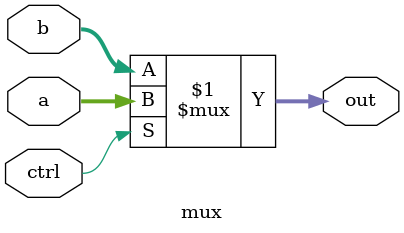
<source format=v>
module mux (input [31:0]a, input [31:0]b, input ctrl, output [31:0]out);

    assign out = ctrl ? a : b;  //simple multiplexer to choose 1 (32-bit) input to put out based on 1 control bit

endmodule

</source>
